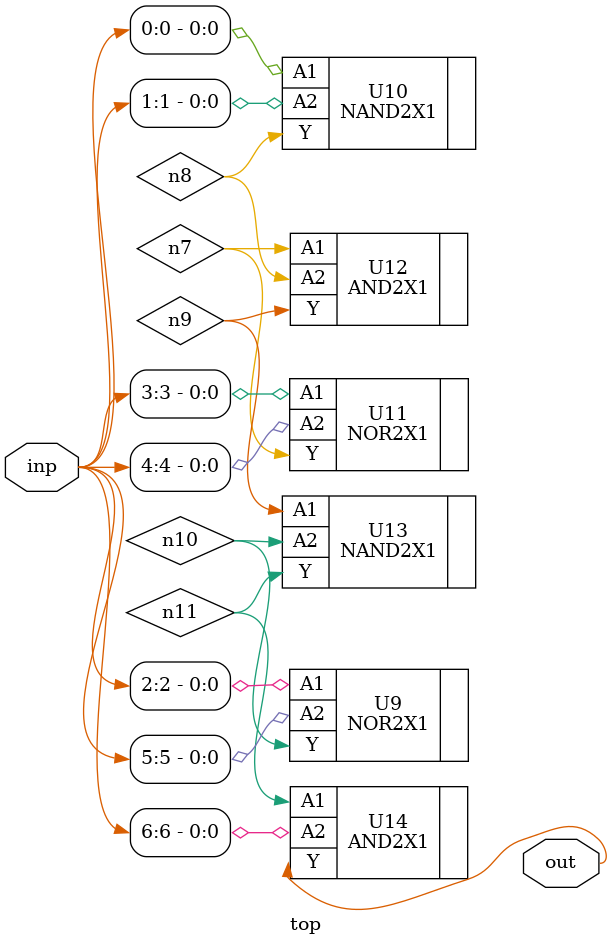
<source format=sv>


module top ( inp, out );
  input [6:0] inp;
  output out;
  wire   n7, n8, n9, n10, n11;

  NOR2X1 U9 ( .A1(inp[2]), .A2(inp[5]), .Y(n10) );
  NAND2X1 U10 ( .A1(inp[0]), .A2(inp[1]), .Y(n8) );
  NOR2X1 U11 ( .A1(inp[3]), .A2(inp[4]), .Y(n7) );
  AND2X1 U12 ( .A1(n7), .A2(n8), .Y(n9) );
  NAND2X1 U13 ( .A1(n9), .A2(n10), .Y(n11) );
  AND2X1 U14 ( .A1(n11), .A2(inp[6]), .Y(out) );
endmodule


</source>
